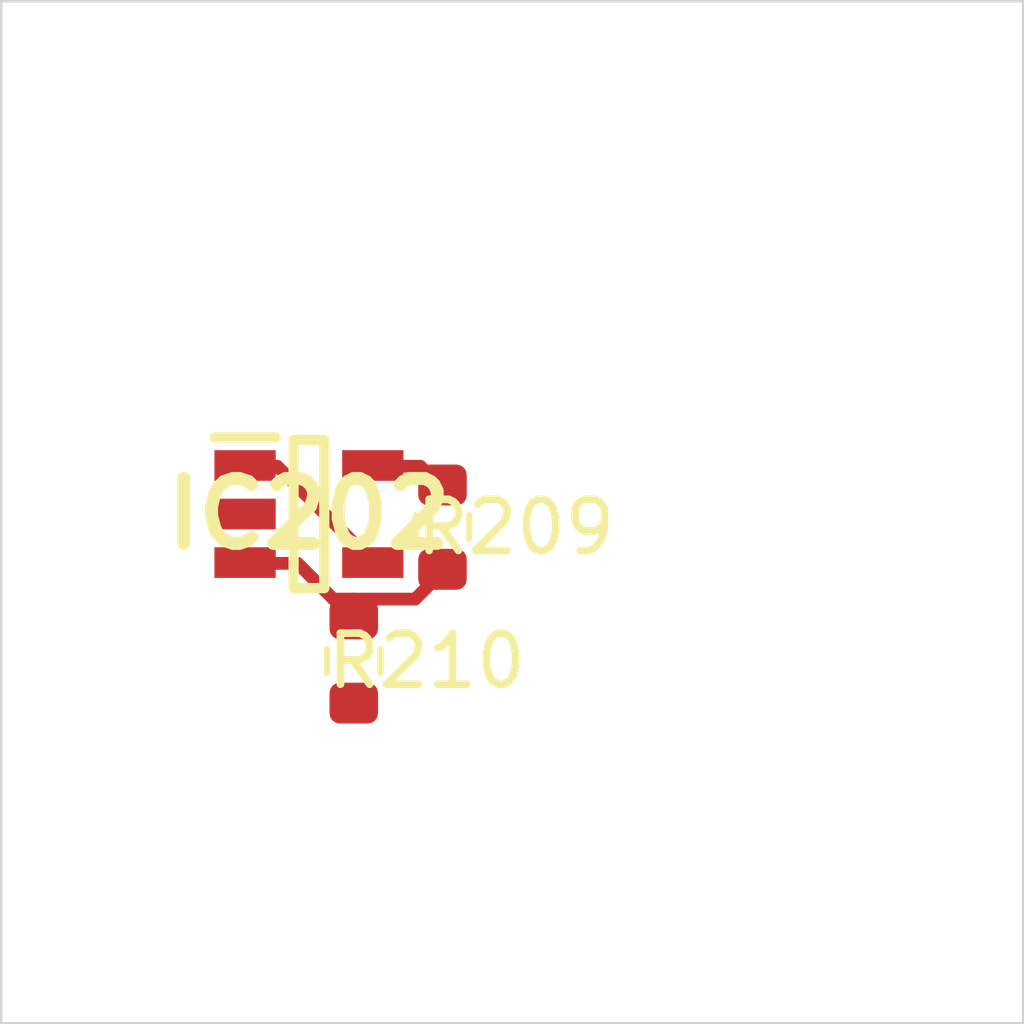
<source format=kicad_pcb>
 ( kicad_pcb  ( version 20171130 )
 ( host pcbnew 5.1.12-84ad8e8a86~92~ubuntu18.04.1 )
 ( general  ( thickness 1.6 )
 ( drawings 4 )
 ( tracks 0 )
 ( zones 0 )
 ( modules 3 )
 ( nets 5 )
)
 ( page A4 )
 ( layers  ( 0 F.Cu signal )
 ( 31 B.Cu signal )
 ( 32 B.Adhes user )
 ( 33 F.Adhes user )
 ( 34 B.Paste user )
 ( 35 F.Paste user )
 ( 36 B.SilkS user )
 ( 37 F.SilkS user )
 ( 38 B.Mask user )
 ( 39 F.Mask user )
 ( 40 Dwgs.User user )
 ( 41 Cmts.User user )
 ( 42 Eco1.User user )
 ( 43 Eco2.User user )
 ( 44 Edge.Cuts user )
 ( 45 Margin user )
 ( 46 B.CrtYd user )
 ( 47 F.CrtYd user )
 ( 48 B.Fab user )
 ( 49 F.Fab user )
)
 ( setup  ( last_trace_width 0.25 )
 ( trace_clearance 0.2 )
 ( zone_clearance 0.508 )
 ( zone_45_only no )
 ( trace_min 0.2 )
 ( via_size 0.8 )
 ( via_drill 0.4 )
 ( via_min_size 0.4 )
 ( via_min_drill 0.3 )
 ( uvia_size 0.3 )
 ( uvia_drill 0.1 )
 ( uvias_allowed no )
 ( uvia_min_size 0.2 )
 ( uvia_min_drill 0.1 )
 ( edge_width 0.05 )
 ( segment_width 0.2 )
 ( pcb_text_width 0.3 )
 ( pcb_text_size 1.5 1.5 )
 ( mod_edge_width 0.12 )
 ( mod_text_size 1 1 )
 ( mod_text_width 0.15 )
 ( pad_size 1.524 1.524 )
 ( pad_drill 0.762 )
 ( pad_to_mask_clearance 0 )
 ( aux_axis_origin 0 0 )
 ( visible_elements FFFFFF7F )
 ( pcbplotparams  ( layerselection 0x010fc_ffffffff )
 ( usegerberextensions false )
 ( usegerberattributes true )
 ( usegerberadvancedattributes true )
 ( creategerberjobfile true )
 ( excludeedgelayer true )
 ( linewidth 0.100000 )
 ( plotframeref false )
 ( viasonmask false )
 ( mode 1 )
 ( useauxorigin false )
 ( hpglpennumber 1 )
 ( hpglpenspeed 20 )
 ( hpglpendiameter 15.000000 )
 ( psnegative false )
 ( psa4output false )
 ( plotreference true )
 ( plotvalue true )
 ( plotinvisibletext false )
 ( padsonsilk false )
 ( subtractmaskfromsilk false )
 ( outputformat 1 )
 ( mirror false )
 ( drillshape 1 )
 ( scaleselection 1 )
 ( outputdirectory "" )
)
)
 ( net 0 "" )
 ( net 1 GND )
 ( net 2 VDDA )
 ( net 3 /Sheet6235D886/vp )
 ( net 4 "Net-(IC202-Pad3)" )
 ( net_class Default "This is the default net class."  ( clearance 0.2 )
 ( trace_width 0.25 )
 ( via_dia 0.8 )
 ( via_drill 0.4 )
 ( uvia_dia 0.3 )
 ( uvia_drill 0.1 )
 ( add_net /Sheet6235D886/vp )
 ( add_net GND )
 ( add_net "Net-(IC202-Pad3)" )
 ( add_net VDDA )
)
 ( module SOT95P280X145-5N locked  ( layer F.Cu )
 ( tedit 62336ED7 )
 ( tstamp 623423ED )
 ( at 86.020900 110.035000 )
 ( descr DBV0005A )
 ( tags "Integrated Circuit" )
 ( path /6235D887/6266C08E )
 ( attr smd )
 ( fp_text reference IC202  ( at 0 0 )
 ( layer F.SilkS )
 ( effects  ( font  ( size 1.27 1.27 )
 ( thickness 0.254 )
)
)
)
 ( fp_text value TL071HIDBVR  ( at 0 0 )
 ( layer F.SilkS )
hide  ( effects  ( font  ( size 1.27 1.27 )
 ( thickness 0.254 )
)
)
)
 ( fp_line  ( start -1.85 -1.5 )
 ( end -0.65 -1.5 )
 ( layer F.SilkS )
 ( width 0.2 )
)
 ( fp_line  ( start -0.3 1.45 )
 ( end -0.3 -1.45 )
 ( layer F.SilkS )
 ( width 0.2 )
)
 ( fp_line  ( start 0.3 1.45 )
 ( end -0.3 1.45 )
 ( layer F.SilkS )
 ( width 0.2 )
)
 ( fp_line  ( start 0.3 -1.45 )
 ( end 0.3 1.45 )
 ( layer F.SilkS )
 ( width 0.2 )
)
 ( fp_line  ( start -0.3 -1.45 )
 ( end 0.3 -1.45 )
 ( layer F.SilkS )
 ( width 0.2 )
)
 ( fp_line  ( start -0.8 -0.5 )
 ( end 0.15 -1.45 )
 ( layer Dwgs.User )
 ( width 0.1 )
)
 ( fp_line  ( start -0.8 1.45 )
 ( end -0.8 -1.45 )
 ( layer Dwgs.User )
 ( width 0.1 )
)
 ( fp_line  ( start 0.8 1.45 )
 ( end -0.8 1.45 )
 ( layer Dwgs.User )
 ( width 0.1 )
)
 ( fp_line  ( start 0.8 -1.45 )
 ( end 0.8 1.45 )
 ( layer Dwgs.User )
 ( width 0.1 )
)
 ( fp_line  ( start -0.8 -1.45 )
 ( end 0.8 -1.45 )
 ( layer Dwgs.User )
 ( width 0.1 )
)
 ( fp_line  ( start -2.1 1.775 )
 ( end -2.1 -1.775 )
 ( layer Dwgs.User )
 ( width 0.05 )
)
 ( fp_line  ( start 2.1 1.775 )
 ( end -2.1 1.775 )
 ( layer Dwgs.User )
 ( width 0.05 )
)
 ( fp_line  ( start 2.1 -1.775 )
 ( end 2.1 1.775 )
 ( layer Dwgs.User )
 ( width 0.05 )
)
 ( fp_line  ( start -2.1 -1.775 )
 ( end 2.1 -1.775 )
 ( layer Dwgs.User )
 ( width 0.05 )
)
 ( pad 1 smd rect  ( at -1.25 -0.95 90.000000 )
 ( size 0.6 1.2 )
 ( layers F.Cu F.Mask F.Paste )
 ( net 3 /Sheet6235D886/vp )
)
 ( pad 2 smd rect  ( at -1.25 0 90.000000 )
 ( size 0.6 1.2 )
 ( layers F.Cu F.Mask F.Paste )
 ( net 1 GND )
)
 ( pad 3 smd rect  ( at -1.25 0.95 90.000000 )
 ( size 0.6 1.2 )
 ( layers F.Cu F.Mask F.Paste )
 ( net 4 "Net-(IC202-Pad3)" )
)
 ( pad 4 smd rect  ( at 1.25 0.95 90.000000 )
 ( size 0.6 1.2 )
 ( layers F.Cu F.Mask F.Paste )
 ( net 3 /Sheet6235D886/vp )
)
 ( pad 5 smd rect  ( at 1.25 -0.95 90.000000 )
 ( size 0.6 1.2 )
 ( layers F.Cu F.Mask F.Paste )
 ( net 2 VDDA )
)
)
 ( module Resistor_SMD:R_0603_1608Metric  ( layer F.Cu )
 ( tedit 5F68FEEE )
 ( tstamp 62342595 )
 ( at 88.634900 110.292000 270.000000 )
 ( descr "Resistor SMD 0603 (1608 Metric), square (rectangular) end terminal, IPC_7351 nominal, (Body size source: IPC-SM-782 page 72, https://www.pcb-3d.com/wordpress/wp-content/uploads/ipc-sm-782a_amendment_1_and_2.pdf), generated with kicad-footprint-generator" )
 ( tags resistor )
 ( path /6235D887/623CDBD9 )
 ( attr smd )
 ( fp_text reference R209  ( at 0 -1.43 )
 ( layer F.SilkS )
 ( effects  ( font  ( size 1 1 )
 ( thickness 0.15 )
)
)
)
 ( fp_text value 100k  ( at 0 1.43 )
 ( layer F.Fab )
 ( effects  ( font  ( size 1 1 )
 ( thickness 0.15 )
)
)
)
 ( fp_line  ( start -0.8 0.4125 )
 ( end -0.8 -0.4125 )
 ( layer F.Fab )
 ( width 0.1 )
)
 ( fp_line  ( start -0.8 -0.4125 )
 ( end 0.8 -0.4125 )
 ( layer F.Fab )
 ( width 0.1 )
)
 ( fp_line  ( start 0.8 -0.4125 )
 ( end 0.8 0.4125 )
 ( layer F.Fab )
 ( width 0.1 )
)
 ( fp_line  ( start 0.8 0.4125 )
 ( end -0.8 0.4125 )
 ( layer F.Fab )
 ( width 0.1 )
)
 ( fp_line  ( start -0.237258 -0.5225 )
 ( end 0.237258 -0.5225 )
 ( layer F.SilkS )
 ( width 0.12 )
)
 ( fp_line  ( start -0.237258 0.5225 )
 ( end 0.237258 0.5225 )
 ( layer F.SilkS )
 ( width 0.12 )
)
 ( fp_line  ( start -1.48 0.73 )
 ( end -1.48 -0.73 )
 ( layer F.CrtYd )
 ( width 0.05 )
)
 ( fp_line  ( start -1.48 -0.73 )
 ( end 1.48 -0.73 )
 ( layer F.CrtYd )
 ( width 0.05 )
)
 ( fp_line  ( start 1.48 -0.73 )
 ( end 1.48 0.73 )
 ( layer F.CrtYd )
 ( width 0.05 )
)
 ( fp_line  ( start 1.48 0.73 )
 ( end -1.48 0.73 )
 ( layer F.CrtYd )
 ( width 0.05 )
)
 ( fp_text user %R  ( at 0 0 )
 ( layer F.Fab )
 ( effects  ( font  ( size 0.4 0.4 )
 ( thickness 0.06 )
)
)
)
 ( pad 1 smd roundrect  ( at -0.825 0 270.000000 )
 ( size 0.8 0.95 )
 ( layers F.Cu F.Mask F.Paste )
 ( roundrect_rratio 0.25 )
 ( net 2 VDDA )
)
 ( pad 2 smd roundrect  ( at 0.825 0 270.000000 )
 ( size 0.8 0.95 )
 ( layers F.Cu F.Mask F.Paste )
 ( roundrect_rratio 0.25 )
 ( net 4 "Net-(IC202-Pad3)" )
)
 ( model ${KISYS3DMOD}/Resistor_SMD.3dshapes/R_0603_1608Metric.wrl  ( at  ( xyz 0 0 0 )
)
 ( scale  ( xyz 1 1 1 )
)
 ( rotate  ( xyz 0 0 0 )
)
)
)
 ( module Resistor_SMD:R_0603_1608Metric  ( layer F.Cu )
 ( tedit 5F68FEEE )
 ( tstamp 623425A6 )
 ( at 86.898700 112.911000 270.000000 )
 ( descr "Resistor SMD 0603 (1608 Metric), square (rectangular) end terminal, IPC_7351 nominal, (Body size source: IPC-SM-782 page 72, https://www.pcb-3d.com/wordpress/wp-content/uploads/ipc-sm-782a_amendment_1_and_2.pdf), generated with kicad-footprint-generator" )
 ( tags resistor )
 ( path /6235D887/623CDBDF )
 ( attr smd )
 ( fp_text reference R210  ( at 0 -1.43 )
 ( layer F.SilkS )
 ( effects  ( font  ( size 1 1 )
 ( thickness 0.15 )
)
)
)
 ( fp_text value 100k  ( at 0 1.43 )
 ( layer F.Fab )
 ( effects  ( font  ( size 1 1 )
 ( thickness 0.15 )
)
)
)
 ( fp_line  ( start 1.48 0.73 )
 ( end -1.48 0.73 )
 ( layer F.CrtYd )
 ( width 0.05 )
)
 ( fp_line  ( start 1.48 -0.73 )
 ( end 1.48 0.73 )
 ( layer F.CrtYd )
 ( width 0.05 )
)
 ( fp_line  ( start -1.48 -0.73 )
 ( end 1.48 -0.73 )
 ( layer F.CrtYd )
 ( width 0.05 )
)
 ( fp_line  ( start -1.48 0.73 )
 ( end -1.48 -0.73 )
 ( layer F.CrtYd )
 ( width 0.05 )
)
 ( fp_line  ( start -0.237258 0.5225 )
 ( end 0.237258 0.5225 )
 ( layer F.SilkS )
 ( width 0.12 )
)
 ( fp_line  ( start -0.237258 -0.5225 )
 ( end 0.237258 -0.5225 )
 ( layer F.SilkS )
 ( width 0.12 )
)
 ( fp_line  ( start 0.8 0.4125 )
 ( end -0.8 0.4125 )
 ( layer F.Fab )
 ( width 0.1 )
)
 ( fp_line  ( start 0.8 -0.4125 )
 ( end 0.8 0.4125 )
 ( layer F.Fab )
 ( width 0.1 )
)
 ( fp_line  ( start -0.8 -0.4125 )
 ( end 0.8 -0.4125 )
 ( layer F.Fab )
 ( width 0.1 )
)
 ( fp_line  ( start -0.8 0.4125 )
 ( end -0.8 -0.4125 )
 ( layer F.Fab )
 ( width 0.1 )
)
 ( fp_text user %R  ( at 0 0 )
 ( layer F.Fab )
 ( effects  ( font  ( size 0.4 0.4 )
 ( thickness 0.06 )
)
)
)
 ( pad 2 smd roundrect  ( at 0.825 0 270.000000 )
 ( size 0.8 0.95 )
 ( layers F.Cu F.Mask F.Paste )
 ( roundrect_rratio 0.25 )
 ( net 1 GND )
)
 ( pad 1 smd roundrect  ( at -0.825 0 270.000000 )
 ( size 0.8 0.95 )
 ( layers F.Cu F.Mask F.Paste )
 ( roundrect_rratio 0.25 )
 ( net 4 "Net-(IC202-Pad3)" )
)
 ( model ${KISYS3DMOD}/Resistor_SMD.3dshapes/R_0603_1608Metric.wrl  ( at  ( xyz 0 0 0 )
)
 ( scale  ( xyz 1 1 1 )
)
 ( rotate  ( xyz 0 0 0 )
)
)
)
 ( gr_line  ( start 100 100 )
 ( end 100 120 )
 ( layer Edge.Cuts )
 ( width 0.05 )
 ( tstamp 62E770C4 )
)
 ( gr_line  ( start 80 120 )
 ( end 100 120 )
 ( layer Edge.Cuts )
 ( width 0.05 )
 ( tstamp 62E770C0 )
)
 ( gr_line  ( start 80 100 )
 ( end 100 100 )
 ( layer Edge.Cuts )
 ( width 0.05 )
 ( tstamp 6234110C )
)
 ( gr_line  ( start 80 100 )
 ( end 80 120 )
 ( layer Edge.Cuts )
 ( width 0.05 )
)
 ( segment  ( start 88.600001 109.500002 )
 ( end 88.200001 109.100002 )
 ( width 0.250000 )
 ( layer F.Cu )
 ( net 2 )
)
 ( segment  ( start 88.200001 109.100002 )
 ( end 87.300001 109.100002 )
 ( width 0.250000 )
 ( layer F.Cu )
 ( net 2 )
)
 ( segment  ( start 87.300001 111.000002 )
 ( end 85.400001 109.100002 )
 ( width 0.250000 )
 ( layer F.Cu )
 ( net 3 )
)
 ( segment  ( start 85.400001 109.100002 )
 ( end 84.800001 109.100002 )
 ( width 0.250000 )
 ( layer F.Cu )
 ( net 3 )
)
 ( segment  ( start 88.600001 111.100002 )
 ( end 88.600001 111.200002 )
 ( width 0.250000 )
 ( layer F.Cu )
 ( net 4 )
)
 ( segment  ( start 88.600001 111.200002 )
 ( end 88.100001 111.700002 )
 ( width 0.250000 )
 ( layer F.Cu )
 ( net 4 )
)
 ( segment  ( start 88.100001 111.700002 )
 ( end 86.500001 111.700002 )
 ( width 0.250000 )
 ( layer F.Cu )
 ( net 4 )
)
 ( segment  ( start 86.500001 111.700002 )
 ( end 85.800001 111.000002 )
 ( width 0.250000 )
 ( layer F.Cu )
 ( net 4 )
)
 ( segment  ( start 85.800001 111.000002 )
 ( end 84.800001 111.000002 )
 ( width 0.250000 )
 ( layer F.Cu )
 ( net 4 )
)
 ( segment  ( start 86.900001 112.100002 )
 ( end 86.900001 111.700002 )
 ( width 0.250000 )
 ( layer F.Cu )
 ( net 4 )
)
)

</source>
